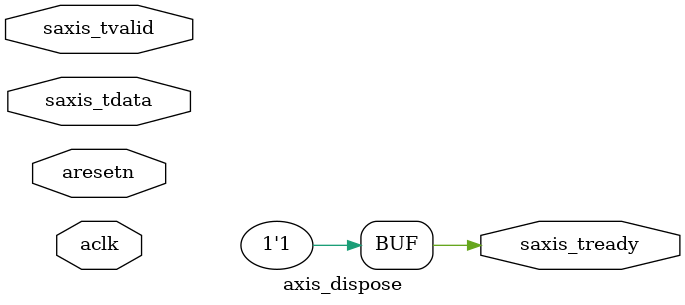
<source format=v>
`default_nettype none

module axis_dispose #(
    parameter TDATA_BYTES = 1
) (
    input wire aclk,
    input wire aresetn,
    
    input  wire [TDATA_BYTES*8-1:0] saxis_tdata,
    input  wire                     saxis_tvalid,
    output wire                     saxis_tready
);

assign saxis_tready = 1;

endmodule

`default_nettype wire

</source>
